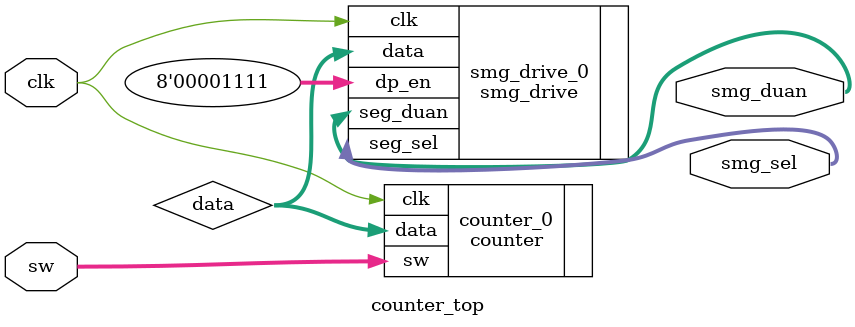
<source format=v>
`timescale 1ns / 1ps


module counter_top(
  input clk,
  input [2:0]sw,
  output   [7:0]      smg_duan,
  output   [7:0]      smg_sel
 );
wire [39:0]data;

counter counter_0
(
  .clk(clk),
  .sw(sw),
  .data(data)
);
//counter_2 counter_2_0
//(
//  .clk(clk),
//  .sw(sw),
//  .data(data)
//);

smg_drive smg_drive_0
(
	.clk(clk),
    .data(data),
    .dp_en(8'b00001111),
    .seg_sel(smg_sel),
    .seg_duan(smg_duan)
);
endmodule

</source>
